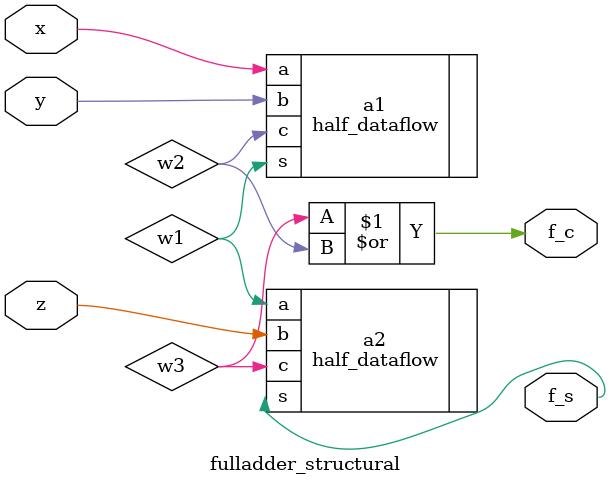
<source format=v>
`timescale 1ns / 1ps
module fulladder_structural(x,y,z,f_s,f_c);
input x,y,z;
output f_s,f_c;
wire w1,w2,w3;
half_dataflow a1(.a(x),.b(y),.s(w1),.c(w2));
half_dataflow a2(.a(w1),.b(z),.s(f_s),.c(w3));
assign f_c=w3|w2;
endmodule

</source>
